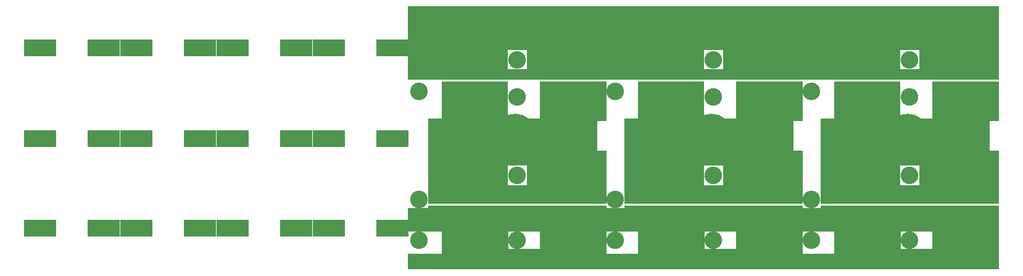
<source format=gbr>
G04 start of page 10 for group -4062 idx -4062 *
G04 Title: fet12v2, soldermask *
G04 Creator: pcb 20140316 *
G04 CreationDate: Wed 13 Jun 2018 07:35:06 AM GMT UTC *
G04 For: brian *
G04 Format: Gerber/RS-274X *
G04 PCB-Dimensions (mil): 6000.00 5000.00 *
G04 PCB-Coordinate-Origin: lower left *
%MOIN*%
%FSLAX25Y25*%
%LNBOTTOMMASK*%
%ADD141R,0.0550X0.0550*%
%ADD140R,0.2350X0.2350*%
%ADD139R,0.0906X0.0906*%
%ADD138R,0.1000X0.1000*%
%ADD137R,0.1400X0.1400*%
%ADD136R,0.1100X0.1100*%
%ADD135R,0.2550X0.2550*%
%ADD134R,0.0650X0.0650*%
%ADD133R,0.0300X0.0300*%
%ADD132R,0.1350X0.1350*%
%ADD131R,0.3450X0.3450*%
%ADD130R,0.1250X0.1250*%
%ADD129R,0.0850X0.0850*%
%ADD128R,0.2150X0.2150*%
%ADD127C,0.2190*%
%ADD126C,0.0010*%
%ADD125C,0.0950*%
G54D125*X390000Y161000D03*
G54D126*X372949Y164232D03*
X377673D03*
X372949Y159508D03*
X377673D03*
X363500Y164232D03*
X368224D03*
Y159508D03*
X349327Y178405D03*
Y173681D03*
Y168956D03*
X354051Y178405D03*
Y173681D03*
Y168956D03*
X358776Y178405D03*
Y173681D03*
Y168956D03*
X363500Y178405D03*
Y173681D03*
X368224D03*
X372949D03*
X377673D03*
X368224Y178405D03*
X372949D03*
X377673D03*
X363500Y168956D03*
X368224D03*
X372949D03*
X377673D03*
X349327Y164232D03*
Y104405D03*
X354051D03*
X349327Y99681D03*
X354051D03*
Y164232D03*
X358776D03*
G54D125*X337000Y144000D03*
G54D126*X349327Y159508D03*
X354051D03*
X358776D03*
X363500D03*
G54D125*X390000Y141000D03*
G54D126*X315224Y178405D03*
Y173681D03*
Y168956D03*
X319949Y178405D03*
Y173681D03*
Y168956D03*
X324673Y178405D03*
Y173681D03*
Y168956D03*
X315224Y164232D03*
Y159508D03*
X319949Y164232D03*
Y159508D03*
X324673Y164232D03*
Y159508D03*
X296327Y178405D03*
X301051D03*
X305776D03*
X310500D03*
X296327Y173681D03*
Y168956D03*
Y164232D03*
X301051Y173681D03*
X305776D03*
X310500D03*
X301051Y168956D03*
X305776D03*
X310500D03*
X301051Y164232D03*
X305776D03*
X310500D03*
X296327Y159508D03*
X301051D03*
X305776D03*
X310500D03*
G54D125*X443000Y144000D03*
Y85500D03*
Y63500D03*
G54D126*X455327Y104405D03*
Y99681D03*
X460051D03*
X455327Y94956D03*
Y90232D03*
X460051D03*
X455327Y85508D03*
X460051D03*
Y104405D03*
X464776D03*
X469500D03*
X474224D03*
X478949D03*
X483673D03*
X464776Y99681D03*
X469500D03*
X474224D03*
X478949D03*
X483673D03*
X460051Y94956D03*
X464776D03*
X469500D03*
X474224D03*
X478949D03*
X483673D03*
X464776Y90232D03*
X469500D03*
X474224D03*
X478949D03*
X483673D03*
X464776Y85508D03*
X469500D03*
X474224D03*
X478949D03*
X483673D03*
G54D125*X496000Y161000D03*
Y141000D03*
G54D126*X478949Y178405D03*
X483673D03*
X478949Y173681D03*
X483673D03*
X478949Y168956D03*
X483673D03*
X478949Y164232D03*
X483673D03*
X478949Y159508D03*
X483673D03*
X474224Y178405D03*
X464776D03*
X469500D03*
X464776Y173681D03*
X469500D03*
X474224D03*
X455327Y178405D03*
X460051D03*
X455327Y173681D03*
X460051D03*
X455327Y168956D03*
X460051D03*
X464776D03*
X469500D03*
X474224D03*
X455327Y164232D03*
X460051D03*
X455327Y159508D03*
X460051D03*
X464776Y164232D03*
X469500D03*
X474224D03*
X464776Y159508D03*
X469500D03*
X474224D03*
X508327Y178405D03*
Y173681D03*
X513051Y178405D03*
Y173681D03*
X517776D03*
X508327Y168956D03*
Y164232D03*
X513051D03*
X517776Y178405D03*
X522500D03*
X527224D03*
X531949D03*
X536673D03*
X522500Y173681D03*
X527224D03*
X531949D03*
X536673D03*
X513051Y168956D03*
X517776D03*
X522500D03*
X527224D03*
X531949D03*
X536673D03*
X517776Y164232D03*
X522500D03*
X527224D03*
X531949D03*
X536673D03*
X508327Y159508D03*
X513051D03*
X517776D03*
X522500D03*
X527224D03*
X531949D03*
X536673D03*
G54D125*X496000Y63500D03*
Y98500D03*
G54D127*X495000Y121000D03*
G54D126*X522500Y104405D03*
X527224D03*
Y99681D03*
X531949Y104405D03*
Y99681D03*
X536673Y104405D03*
Y99681D03*
X522500D03*
Y94956D03*
X527224D03*
X508327Y104405D03*
X513051D03*
X517776D03*
X508327Y99681D03*
X513051D03*
X517776D03*
X508327Y94956D03*
X513051D03*
X517776D03*
X508327Y90232D03*
X513051D03*
X517776D03*
X508327Y85508D03*
X513051D03*
X517776D03*
X531949Y94956D03*
X536673D03*
X522500Y90232D03*
Y85508D03*
X527224D03*
X531949D03*
X527224Y90232D03*
X531949D03*
X536673D03*
Y85508D03*
X421224Y178405D03*
Y173681D03*
Y168956D03*
X425949Y178405D03*
Y173681D03*
Y168956D03*
X430673Y178405D03*
Y173681D03*
Y168956D03*
X421224Y164232D03*
Y159508D03*
X425949Y164232D03*
Y159508D03*
X430673Y164232D03*
Y159508D03*
X402327Y178405D03*
X407051D03*
X411776D03*
X416500D03*
X402327Y173681D03*
Y168956D03*
Y164232D03*
X407051Y173681D03*
X411776D03*
X416500D03*
X407051Y168956D03*
X411776D03*
X416500D03*
X407051Y164232D03*
X411776D03*
X416500D03*
X402327Y159508D03*
X407051D03*
X411776D03*
X416500D03*
G54D125*X390000Y98500D03*
Y63500D03*
G54D127*X389000Y121000D03*
G54D126*X402327Y104405D03*
X407051D03*
X411776D03*
X416500D03*
X421224D03*
X425949D03*
Y99681D03*
Y94956D03*
Y90232D03*
X430673Y104405D03*
Y99681D03*
Y94956D03*
Y90232D03*
X407051Y99681D03*
X411776D03*
X416500D03*
X421224D03*
X411776Y94956D03*
X416500D03*
X421224D03*
X411776Y90232D03*
X416500D03*
X421224D03*
X402327Y99681D03*
Y94956D03*
X407051D03*
X402327Y90232D03*
X407051D03*
X402327Y85508D03*
X407051D03*
X411776D03*
X416500D03*
X421224D03*
X425949D03*
X430673D03*
G54D125*X284000Y161000D03*
G54D126*X266949Y164232D03*
X271673D03*
X266949Y159508D03*
X271673D03*
X257500Y164232D03*
X262224D03*
X257500Y159508D03*
X262224D03*
X243327Y178405D03*
Y173681D03*
Y168956D03*
X248051Y178405D03*
Y173681D03*
Y168956D03*
X252776Y178405D03*
Y173681D03*
Y168956D03*
X257500Y178405D03*
Y173681D03*
X262224D03*
X266949D03*
X271673D03*
X262224Y178405D03*
X266949D03*
X271673D03*
X257500Y168956D03*
X262224D03*
X266949D03*
X271673D03*
X243327Y164232D03*
Y104405D03*
X248051D03*
X243327Y99681D03*
X248051D03*
Y164232D03*
X252776D03*
G54D125*X231000Y144000D03*
G54D126*X243327Y159508D03*
X248051D03*
X252776D03*
G54D127*X283000Y121000D03*
G54D125*X284000Y141000D03*
X337000Y85500D03*
Y63500D03*
G54D126*X358776Y104405D03*
X363500D03*
Y99681D03*
X368224Y104405D03*
X372949D03*
X377673D03*
X368224Y99681D03*
Y94956D03*
X372949Y99681D03*
Y94956D03*
X377673Y99681D03*
Y94956D03*
X358776Y99681D03*
Y94956D03*
X363500D03*
X349327D03*
X354051D03*
X349327Y90232D03*
X354051D03*
X349327Y85508D03*
X354051D03*
X358776Y90232D03*
Y85508D03*
X363500Y90232D03*
Y85508D03*
X368224Y90232D03*
Y85508D03*
X372949Y90232D03*
X377673D03*
X372949Y85508D03*
X377673D03*
G54D125*X231000Y85500D03*
Y63500D03*
G54D126*X252776Y104405D03*
X257500D03*
Y99681D03*
X262224Y104405D03*
X266949D03*
X271673D03*
X262224Y99681D03*
Y94956D03*
X266949Y99681D03*
Y94956D03*
X271673Y99681D03*
Y94956D03*
X252776Y99681D03*
Y94956D03*
X257500D03*
X243327D03*
X248051D03*
X243327Y90232D03*
X248051D03*
X243327Y85508D03*
X248051D03*
X252776Y90232D03*
Y85508D03*
X257500Y90232D03*
Y85508D03*
X262224Y90232D03*
Y85508D03*
X266949Y90232D03*
X271673D03*
X266949Y85508D03*
X271673D03*
G54D125*X284000Y98500D03*
Y63500D03*
G54D126*X296327Y104405D03*
X301051D03*
X305776D03*
X310500D03*
X315224D03*
X319949D03*
Y99681D03*
Y94956D03*
Y90232D03*
X324673Y104405D03*
Y99681D03*
Y94956D03*
Y90232D03*
X301051Y99681D03*
X305776D03*
X310500D03*
X315224D03*
X305776Y94956D03*
X310500D03*
X315224D03*
X305776Y90232D03*
X310500D03*
X315224D03*
X296327Y99681D03*
Y94956D03*
X301051D03*
X296327Y90232D03*
X301051D03*
X296327Y85508D03*
X301051D03*
X305776D03*
X310500D03*
X315224D03*
X319949D03*
X324673D03*
G54D128*X466000Y138500D02*X480000D01*
X519000D02*X533500D01*
G54D129*X441000Y52000D02*X452500D01*
G54D130*X443000Y74500D02*X450500D01*
G54D131*X472500Y65000D02*X474000D01*
G54D132*X454500Y98500D02*X484000D01*
G54D133*X449250Y80750D02*X455250D01*
G54D134*X541000Y108500D02*Y107000D01*
G54D135*X460500Y116500D02*X526500D01*
G54D132*X508000Y98500D02*X537500D01*
G54D136*X495250Y53250D02*X504250D01*
G54D137*X496750Y75250D02*X502750D01*
G54D138*X452750Y88250D02*X539250D01*
G54D131*X525500Y65000D02*X527000D01*
G54D139*X178240Y70000D02*X186508D01*
X212492D02*X220760D01*
X160492D02*X168760D01*
X126240D02*X134508D01*
X74240D02*X82508D01*
X108492D02*X116760D01*
X56492D02*X64760D01*
X22240D02*X30508D01*
G54D132*X242500Y98500D02*X272000D01*
G54D139*X212492Y118500D02*X220760D01*
G54D128*X254000Y138500D02*X268000D01*
G54D139*X178240Y118500D02*X186508D01*
X160492D02*X168760D01*
X126240D02*X134508D01*
X108492D02*X116760D01*
X74240D02*X82508D01*
X56492D02*X64760D01*
X22240D02*X30508D01*
G54D132*X231500Y161000D02*X272000D01*
G54D139*X160492Y167500D02*X168760D01*
X126240D02*X134508D01*
X108492D02*X116760D01*
X178240D02*X186508D01*
X212492D02*X220760D01*
X56492D02*X64760D01*
X22240D02*X30508D01*
X74240D02*X82508D01*
G54D132*X443500Y161000D02*X484000D01*
G54D140*X448500Y178000D02*X532500D01*
G54D141*X439500Y153000D02*X541500D01*
G54D132*X508000Y161000D02*X537500D01*
X337500D02*X378000D01*
G54D141*X333500Y153000D02*X435500D01*
G54D132*X402000Y161000D02*X431500D01*
G54D140*X342500Y178000D02*X426500D01*
G54D128*X360000Y138500D02*X374000D01*
G54D138*X346750Y88250D02*X433250D01*
G54D135*X354500Y116500D02*X420500D01*
G54D132*X402000Y98500D02*X431500D01*
X348500D02*X378000D01*
G54D134*X435000Y108500D02*Y107000D01*
G54D128*X413000Y138500D02*X427500D01*
G54D131*X419500Y65000D02*X421000D01*
G54D136*X389250Y53250D02*X398250D01*
G54D137*X390750Y75250D02*X396750D01*
G54D129*X335000Y52000D02*X346500D01*
G54D130*X337000Y74500D02*X344500D01*
G54D131*X366500Y65000D02*X368000D01*
G54D133*X343250Y80750D02*X349250D01*
G54D140*X236500Y178000D02*X320500D01*
G54D141*X227500Y153000D02*X329500D01*
G54D132*X296000Y161000D02*X325500D01*
G54D136*X283250Y53250D02*X292250D01*
G54D137*X284750Y75250D02*X290750D01*
G54D131*X313500Y65000D02*X315000D01*
G54D132*X296000Y98500D02*X325500D01*
G54D131*X260500Y65000D02*X262000D01*
G54D129*X229000Y52000D02*X240500D01*
G54D130*X231000Y74500D02*X238500D01*
G54D128*X307000Y138500D02*X321500D01*
G54D133*X237250Y80750D02*X243250D01*
G54D138*X240750Y88250D02*X327250D01*
G54D135*X248500Y116500D02*X314500D01*
G54D134*X329000Y108500D02*Y107000D01*
M02*

</source>
